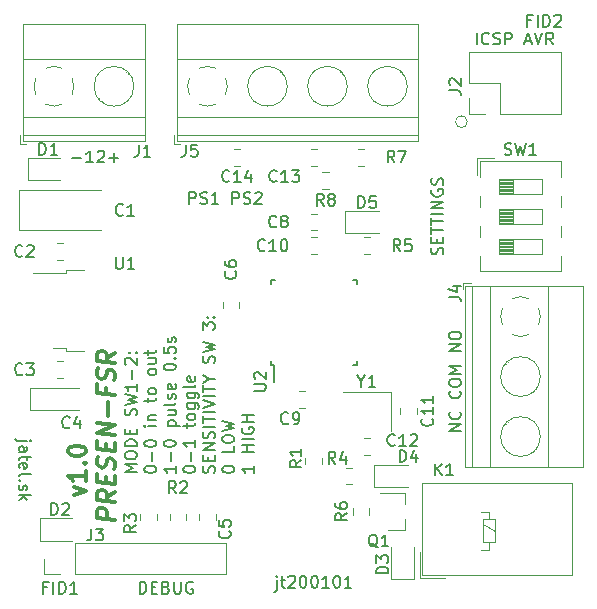
<source format=gbr>
G04 #@! TF.GenerationSoftware,KiCad,Pcbnew,5.1.5-52549c5~84~ubuntu18.04.1*
G04 #@! TF.CreationDate,2020-01-03T10:41:50+01:00*
G04 #@! TF.ProjectId,presen-fsr,70726573-656e-42d6-9673-722e6b696361,0*
G04 #@! TF.SameCoordinates,Original*
G04 #@! TF.FileFunction,Legend,Top*
G04 #@! TF.FilePolarity,Positive*
%FSLAX46Y46*%
G04 Gerber Fmt 4.6, Leading zero omitted, Abs format (unit mm)*
G04 Created by KiCad (PCBNEW 5.1.5-52549c5~84~ubuntu18.04.1) date 2020-01-03 10:41:50*
%MOMM*%
%LPD*%
G04 APERTURE LIST*
%ADD10C,0.150000*%
%ADD11C,0.120000*%
%ADD12C,0.300000*%
%ADD13C,0.375000*%
%ADD14C,0.200000*%
G04 APERTURE END LIST*
D10*
X51857142Y-157285714D02*
X51857142Y-158142857D01*
X51809523Y-158238095D01*
X51714285Y-158285714D01*
X51666666Y-158285714D01*
X51857142Y-156952380D02*
X51809523Y-157000000D01*
X51857142Y-157047619D01*
X51904761Y-157000000D01*
X51857142Y-156952380D01*
X51857142Y-157047619D01*
X52190476Y-157285714D02*
X52571428Y-157285714D01*
X52333333Y-156952380D02*
X52333333Y-157809523D01*
X52380952Y-157904761D01*
X52476190Y-157952380D01*
X52571428Y-157952380D01*
X52857142Y-157047619D02*
X52904761Y-157000000D01*
X53000000Y-156952380D01*
X53238095Y-156952380D01*
X53333333Y-157000000D01*
X53380952Y-157047619D01*
X53428571Y-157142857D01*
X53428571Y-157238095D01*
X53380952Y-157380952D01*
X52809523Y-157952380D01*
X53428571Y-157952380D01*
X54047619Y-156952380D02*
X54142857Y-156952380D01*
X54238095Y-157000000D01*
X54285714Y-157047619D01*
X54333333Y-157142857D01*
X54380952Y-157333333D01*
X54380952Y-157571428D01*
X54333333Y-157761904D01*
X54285714Y-157857142D01*
X54238095Y-157904761D01*
X54142857Y-157952380D01*
X54047619Y-157952380D01*
X53952380Y-157904761D01*
X53904761Y-157857142D01*
X53857142Y-157761904D01*
X53809523Y-157571428D01*
X53809523Y-157333333D01*
X53857142Y-157142857D01*
X53904761Y-157047619D01*
X53952380Y-157000000D01*
X54047619Y-156952380D01*
X55000000Y-156952380D02*
X55095238Y-156952380D01*
X55190476Y-157000000D01*
X55238095Y-157047619D01*
X55285714Y-157142857D01*
X55333333Y-157333333D01*
X55333333Y-157571428D01*
X55285714Y-157761904D01*
X55238095Y-157857142D01*
X55190476Y-157904761D01*
X55095238Y-157952380D01*
X55000000Y-157952380D01*
X54904761Y-157904761D01*
X54857142Y-157857142D01*
X54809523Y-157761904D01*
X54761904Y-157571428D01*
X54761904Y-157333333D01*
X54809523Y-157142857D01*
X54857142Y-157047619D01*
X54904761Y-157000000D01*
X55000000Y-156952380D01*
X56285714Y-157952380D02*
X55714285Y-157952380D01*
X56000000Y-157952380D02*
X56000000Y-156952380D01*
X55904761Y-157095238D01*
X55809523Y-157190476D01*
X55714285Y-157238095D01*
X56904761Y-156952380D02*
X57000000Y-156952380D01*
X57095238Y-157000000D01*
X57142857Y-157047619D01*
X57190476Y-157142857D01*
X57238095Y-157333333D01*
X57238095Y-157571428D01*
X57190476Y-157761904D01*
X57142857Y-157857142D01*
X57095238Y-157904761D01*
X57000000Y-157952380D01*
X56904761Y-157952380D01*
X56809523Y-157904761D01*
X56761904Y-157857142D01*
X56714285Y-157761904D01*
X56666666Y-157571428D01*
X56666666Y-157333333D01*
X56714285Y-157142857D01*
X56761904Y-157047619D01*
X56809523Y-157000000D01*
X56904761Y-156952380D01*
X58190476Y-157952380D02*
X57619047Y-157952380D01*
X57904761Y-157952380D02*
X57904761Y-156952380D01*
X57809523Y-157095238D01*
X57714285Y-157190476D01*
X57619047Y-157238095D01*
X40002380Y-148164404D02*
X39002380Y-148164404D01*
X39716666Y-147831071D01*
X39002380Y-147497738D01*
X40002380Y-147497738D01*
X39002380Y-146831071D02*
X39002380Y-146640595D01*
X39050000Y-146545357D01*
X39145238Y-146450119D01*
X39335714Y-146402500D01*
X39669047Y-146402500D01*
X39859523Y-146450119D01*
X39954761Y-146545357D01*
X40002380Y-146640595D01*
X40002380Y-146831071D01*
X39954761Y-146926309D01*
X39859523Y-147021547D01*
X39669047Y-147069166D01*
X39335714Y-147069166D01*
X39145238Y-147021547D01*
X39050000Y-146926309D01*
X39002380Y-146831071D01*
X40002380Y-145973928D02*
X39002380Y-145973928D01*
X39002380Y-145735833D01*
X39050000Y-145592976D01*
X39145238Y-145497738D01*
X39240476Y-145450119D01*
X39430952Y-145402500D01*
X39573809Y-145402500D01*
X39764285Y-145450119D01*
X39859523Y-145497738D01*
X39954761Y-145592976D01*
X40002380Y-145735833D01*
X40002380Y-145973928D01*
X39478571Y-144973928D02*
X39478571Y-144640595D01*
X40002380Y-144497738D02*
X40002380Y-144973928D01*
X39002380Y-144973928D01*
X39002380Y-144497738D01*
X39954761Y-143354880D02*
X40002380Y-143212023D01*
X40002380Y-142973928D01*
X39954761Y-142878690D01*
X39907142Y-142831071D01*
X39811904Y-142783452D01*
X39716666Y-142783452D01*
X39621428Y-142831071D01*
X39573809Y-142878690D01*
X39526190Y-142973928D01*
X39478571Y-143164404D01*
X39430952Y-143259642D01*
X39383333Y-143307261D01*
X39288095Y-143354880D01*
X39192857Y-143354880D01*
X39097619Y-143307261D01*
X39050000Y-143259642D01*
X39002380Y-143164404D01*
X39002380Y-142926309D01*
X39050000Y-142783452D01*
X39002380Y-142450119D02*
X40002380Y-142212023D01*
X39288095Y-142021547D01*
X40002380Y-141831071D01*
X39002380Y-141592976D01*
X40002380Y-140688214D02*
X40002380Y-141259642D01*
X40002380Y-140973928D02*
X39002380Y-140973928D01*
X39145238Y-141069166D01*
X39240476Y-141164404D01*
X39288095Y-141259642D01*
X39621428Y-140259642D02*
X39621428Y-139497738D01*
X39097619Y-139069166D02*
X39050000Y-139021547D01*
X39002380Y-138926309D01*
X39002380Y-138688214D01*
X39050000Y-138592976D01*
X39097619Y-138545357D01*
X39192857Y-138497738D01*
X39288095Y-138497738D01*
X39430952Y-138545357D01*
X40002380Y-139116785D01*
X40002380Y-138497738D01*
X39907142Y-138069166D02*
X39954761Y-138021547D01*
X40002380Y-138069166D01*
X39954761Y-138116785D01*
X39907142Y-138069166D01*
X40002380Y-138069166D01*
X39383333Y-138069166D02*
X39430952Y-138021547D01*
X39478571Y-138069166D01*
X39430952Y-138116785D01*
X39383333Y-138069166D01*
X39478571Y-138069166D01*
X40652380Y-147973928D02*
X40652380Y-147878690D01*
X40700000Y-147783452D01*
X40747619Y-147735833D01*
X40842857Y-147688214D01*
X41033333Y-147640595D01*
X41271428Y-147640595D01*
X41461904Y-147688214D01*
X41557142Y-147735833D01*
X41604761Y-147783452D01*
X41652380Y-147878690D01*
X41652380Y-147973928D01*
X41604761Y-148069166D01*
X41557142Y-148116785D01*
X41461904Y-148164404D01*
X41271428Y-148212023D01*
X41033333Y-148212023D01*
X40842857Y-148164404D01*
X40747619Y-148116785D01*
X40700000Y-148069166D01*
X40652380Y-147973928D01*
X41271428Y-147212023D02*
X41271428Y-146450119D01*
X40652380Y-145783452D02*
X40652380Y-145688214D01*
X40700000Y-145592976D01*
X40747619Y-145545357D01*
X40842857Y-145497738D01*
X41033333Y-145450119D01*
X41271428Y-145450119D01*
X41461904Y-145497738D01*
X41557142Y-145545357D01*
X41604761Y-145592976D01*
X41652380Y-145688214D01*
X41652380Y-145783452D01*
X41604761Y-145878690D01*
X41557142Y-145926309D01*
X41461904Y-145973928D01*
X41271428Y-146021547D01*
X41033333Y-146021547D01*
X40842857Y-145973928D01*
X40747619Y-145926309D01*
X40700000Y-145878690D01*
X40652380Y-145783452D01*
X41652380Y-144259642D02*
X40985714Y-144259642D01*
X40652380Y-144259642D02*
X40700000Y-144307261D01*
X40747619Y-144259642D01*
X40700000Y-144212023D01*
X40652380Y-144259642D01*
X40747619Y-144259642D01*
X40985714Y-143783452D02*
X41652380Y-143783452D01*
X41080952Y-143783452D02*
X41033333Y-143735833D01*
X40985714Y-143640595D01*
X40985714Y-143497738D01*
X41033333Y-143402500D01*
X41128571Y-143354880D01*
X41652380Y-143354880D01*
X40985714Y-142259642D02*
X40985714Y-141878690D01*
X40652380Y-142116785D02*
X41509523Y-142116785D01*
X41604761Y-142069166D01*
X41652380Y-141973928D01*
X41652380Y-141878690D01*
X41652380Y-141402500D02*
X41604761Y-141497738D01*
X41557142Y-141545357D01*
X41461904Y-141592976D01*
X41176190Y-141592976D01*
X41080952Y-141545357D01*
X41033333Y-141497738D01*
X40985714Y-141402500D01*
X40985714Y-141259642D01*
X41033333Y-141164404D01*
X41080952Y-141116785D01*
X41176190Y-141069166D01*
X41461904Y-141069166D01*
X41557142Y-141116785D01*
X41604761Y-141164404D01*
X41652380Y-141259642D01*
X41652380Y-141402500D01*
X41652380Y-139735833D02*
X41604761Y-139831071D01*
X41557142Y-139878690D01*
X41461904Y-139926309D01*
X41176190Y-139926309D01*
X41080952Y-139878690D01*
X41033333Y-139831071D01*
X40985714Y-139735833D01*
X40985714Y-139592976D01*
X41033333Y-139497738D01*
X41080952Y-139450119D01*
X41176190Y-139402500D01*
X41461904Y-139402500D01*
X41557142Y-139450119D01*
X41604761Y-139497738D01*
X41652380Y-139592976D01*
X41652380Y-139735833D01*
X40985714Y-138545357D02*
X41652380Y-138545357D01*
X40985714Y-138973928D02*
X41509523Y-138973928D01*
X41604761Y-138926309D01*
X41652380Y-138831071D01*
X41652380Y-138688214D01*
X41604761Y-138592976D01*
X41557142Y-138545357D01*
X40985714Y-138212023D02*
X40985714Y-137831071D01*
X40652380Y-138069166D02*
X41509523Y-138069166D01*
X41604761Y-138021547D01*
X41652380Y-137926309D01*
X41652380Y-137831071D01*
X43302380Y-147640595D02*
X43302380Y-148212023D01*
X43302380Y-147926309D02*
X42302380Y-147926309D01*
X42445238Y-148021547D01*
X42540476Y-148116785D01*
X42588095Y-148212023D01*
X42921428Y-147212023D02*
X42921428Y-146450119D01*
X42302380Y-145783452D02*
X42302380Y-145688214D01*
X42350000Y-145592976D01*
X42397619Y-145545357D01*
X42492857Y-145497738D01*
X42683333Y-145450119D01*
X42921428Y-145450119D01*
X43111904Y-145497738D01*
X43207142Y-145545357D01*
X43254761Y-145592976D01*
X43302380Y-145688214D01*
X43302380Y-145783452D01*
X43254761Y-145878690D01*
X43207142Y-145926309D01*
X43111904Y-145973928D01*
X42921428Y-146021547D01*
X42683333Y-146021547D01*
X42492857Y-145973928D01*
X42397619Y-145926309D01*
X42350000Y-145878690D01*
X42302380Y-145783452D01*
X42635714Y-144259642D02*
X43635714Y-144259642D01*
X42683333Y-144259642D02*
X42635714Y-144164404D01*
X42635714Y-143973928D01*
X42683333Y-143878690D01*
X42730952Y-143831071D01*
X42826190Y-143783452D01*
X43111904Y-143783452D01*
X43207142Y-143831071D01*
X43254761Y-143878690D01*
X43302380Y-143973928D01*
X43302380Y-144164404D01*
X43254761Y-144259642D01*
X42635714Y-142926309D02*
X43302380Y-142926309D01*
X42635714Y-143354880D02*
X43159523Y-143354880D01*
X43254761Y-143307261D01*
X43302380Y-143212023D01*
X43302380Y-143069166D01*
X43254761Y-142973928D01*
X43207142Y-142926309D01*
X43302380Y-142307261D02*
X43254761Y-142402500D01*
X43159523Y-142450119D01*
X42302380Y-142450119D01*
X43254761Y-141973928D02*
X43302380Y-141878690D01*
X43302380Y-141688214D01*
X43254761Y-141592976D01*
X43159523Y-141545357D01*
X43111904Y-141545357D01*
X43016666Y-141592976D01*
X42969047Y-141688214D01*
X42969047Y-141831071D01*
X42921428Y-141926309D01*
X42826190Y-141973928D01*
X42778571Y-141973928D01*
X42683333Y-141926309D01*
X42635714Y-141831071D01*
X42635714Y-141688214D01*
X42683333Y-141592976D01*
X43254761Y-140735833D02*
X43302380Y-140831071D01*
X43302380Y-141021547D01*
X43254761Y-141116785D01*
X43159523Y-141164404D01*
X42778571Y-141164404D01*
X42683333Y-141116785D01*
X42635714Y-141021547D01*
X42635714Y-140831071D01*
X42683333Y-140735833D01*
X42778571Y-140688214D01*
X42873809Y-140688214D01*
X42969047Y-141164404D01*
X42302380Y-139307261D02*
X42302380Y-139212023D01*
X42350000Y-139116785D01*
X42397619Y-139069166D01*
X42492857Y-139021547D01*
X42683333Y-138973928D01*
X42921428Y-138973928D01*
X43111904Y-139021547D01*
X43207142Y-139069166D01*
X43254761Y-139116785D01*
X43302380Y-139212023D01*
X43302380Y-139307261D01*
X43254761Y-139402500D01*
X43207142Y-139450119D01*
X43111904Y-139497738D01*
X42921428Y-139545357D01*
X42683333Y-139545357D01*
X42492857Y-139497738D01*
X42397619Y-139450119D01*
X42350000Y-139402500D01*
X42302380Y-139307261D01*
X43207142Y-138545357D02*
X43254761Y-138497738D01*
X43302380Y-138545357D01*
X43254761Y-138592976D01*
X43207142Y-138545357D01*
X43302380Y-138545357D01*
X42302380Y-137592976D02*
X42302380Y-138069166D01*
X42778571Y-138116785D01*
X42730952Y-138069166D01*
X42683333Y-137973928D01*
X42683333Y-137735833D01*
X42730952Y-137640595D01*
X42778571Y-137592976D01*
X42873809Y-137545357D01*
X43111904Y-137545357D01*
X43207142Y-137592976D01*
X43254761Y-137640595D01*
X43302380Y-137735833D01*
X43302380Y-137973928D01*
X43254761Y-138069166D01*
X43207142Y-138116785D01*
X43254761Y-137164404D02*
X43302380Y-137069166D01*
X43302380Y-136878690D01*
X43254761Y-136783452D01*
X43159523Y-136735833D01*
X43111904Y-136735833D01*
X43016666Y-136783452D01*
X42969047Y-136878690D01*
X42969047Y-137021547D01*
X42921428Y-137116785D01*
X42826190Y-137164404D01*
X42778571Y-137164404D01*
X42683333Y-137116785D01*
X42635714Y-137021547D01*
X42635714Y-136878690D01*
X42683333Y-136783452D01*
X43952380Y-147973928D02*
X43952380Y-147878690D01*
X44000000Y-147783452D01*
X44047619Y-147735833D01*
X44142857Y-147688214D01*
X44333333Y-147640595D01*
X44571428Y-147640595D01*
X44761904Y-147688214D01*
X44857142Y-147735833D01*
X44904761Y-147783452D01*
X44952380Y-147878690D01*
X44952380Y-147973928D01*
X44904761Y-148069166D01*
X44857142Y-148116785D01*
X44761904Y-148164404D01*
X44571428Y-148212023D01*
X44333333Y-148212023D01*
X44142857Y-148164404D01*
X44047619Y-148116785D01*
X44000000Y-148069166D01*
X43952380Y-147973928D01*
X44571428Y-147212023D02*
X44571428Y-146450119D01*
X44952380Y-145450119D02*
X44952380Y-146021547D01*
X44952380Y-145735833D02*
X43952380Y-145735833D01*
X44095238Y-145831071D01*
X44190476Y-145926309D01*
X44238095Y-146021547D01*
X44285714Y-144402500D02*
X44285714Y-144021547D01*
X43952380Y-144259642D02*
X44809523Y-144259642D01*
X44904761Y-144212023D01*
X44952380Y-144116785D01*
X44952380Y-144021547D01*
X44952380Y-143545357D02*
X44904761Y-143640595D01*
X44857142Y-143688214D01*
X44761904Y-143735833D01*
X44476190Y-143735833D01*
X44380952Y-143688214D01*
X44333333Y-143640595D01*
X44285714Y-143545357D01*
X44285714Y-143402500D01*
X44333333Y-143307261D01*
X44380952Y-143259642D01*
X44476190Y-143212023D01*
X44761904Y-143212023D01*
X44857142Y-143259642D01*
X44904761Y-143307261D01*
X44952380Y-143402500D01*
X44952380Y-143545357D01*
X44285714Y-142354880D02*
X45095238Y-142354880D01*
X45190476Y-142402500D01*
X45238095Y-142450119D01*
X45285714Y-142545357D01*
X45285714Y-142688214D01*
X45238095Y-142783452D01*
X44904761Y-142354880D02*
X44952380Y-142450119D01*
X44952380Y-142640595D01*
X44904761Y-142735833D01*
X44857142Y-142783452D01*
X44761904Y-142831071D01*
X44476190Y-142831071D01*
X44380952Y-142783452D01*
X44333333Y-142735833D01*
X44285714Y-142640595D01*
X44285714Y-142450119D01*
X44333333Y-142354880D01*
X44285714Y-141450119D02*
X45095238Y-141450119D01*
X45190476Y-141497738D01*
X45238095Y-141545357D01*
X45285714Y-141640595D01*
X45285714Y-141783452D01*
X45238095Y-141878690D01*
X44904761Y-141450119D02*
X44952380Y-141545357D01*
X44952380Y-141735833D01*
X44904761Y-141831071D01*
X44857142Y-141878690D01*
X44761904Y-141926309D01*
X44476190Y-141926309D01*
X44380952Y-141878690D01*
X44333333Y-141831071D01*
X44285714Y-141735833D01*
X44285714Y-141545357D01*
X44333333Y-141450119D01*
X44952380Y-140831071D02*
X44904761Y-140926309D01*
X44809523Y-140973928D01*
X43952380Y-140973928D01*
X44904761Y-140069166D02*
X44952380Y-140164404D01*
X44952380Y-140354880D01*
X44904761Y-140450119D01*
X44809523Y-140497738D01*
X44428571Y-140497738D01*
X44333333Y-140450119D01*
X44285714Y-140354880D01*
X44285714Y-140164404D01*
X44333333Y-140069166D01*
X44428571Y-140021547D01*
X44523809Y-140021547D01*
X44619047Y-140497738D01*
X46554761Y-148212023D02*
X46602380Y-148069166D01*
X46602380Y-147831071D01*
X46554761Y-147735833D01*
X46507142Y-147688214D01*
X46411904Y-147640595D01*
X46316666Y-147640595D01*
X46221428Y-147688214D01*
X46173809Y-147735833D01*
X46126190Y-147831071D01*
X46078571Y-148021547D01*
X46030952Y-148116785D01*
X45983333Y-148164404D01*
X45888095Y-148212023D01*
X45792857Y-148212023D01*
X45697619Y-148164404D01*
X45650000Y-148116785D01*
X45602380Y-148021547D01*
X45602380Y-147783452D01*
X45650000Y-147640595D01*
X46078571Y-147212023D02*
X46078571Y-146878690D01*
X46602380Y-146735833D02*
X46602380Y-147212023D01*
X45602380Y-147212023D01*
X45602380Y-146735833D01*
X46602380Y-146307261D02*
X45602380Y-146307261D01*
X46602380Y-145735833D01*
X45602380Y-145735833D01*
X46554761Y-145307261D02*
X46602380Y-145164404D01*
X46602380Y-144926309D01*
X46554761Y-144831071D01*
X46507142Y-144783452D01*
X46411904Y-144735833D01*
X46316666Y-144735833D01*
X46221428Y-144783452D01*
X46173809Y-144831071D01*
X46126190Y-144926309D01*
X46078571Y-145116785D01*
X46030952Y-145212023D01*
X45983333Y-145259642D01*
X45888095Y-145307261D01*
X45792857Y-145307261D01*
X45697619Y-145259642D01*
X45650000Y-145212023D01*
X45602380Y-145116785D01*
X45602380Y-144878690D01*
X45650000Y-144735833D01*
X46602380Y-144307261D02*
X45602380Y-144307261D01*
X45602380Y-143973928D02*
X45602380Y-143402500D01*
X46602380Y-143688214D02*
X45602380Y-143688214D01*
X46602380Y-143069166D02*
X45602380Y-143069166D01*
X45602380Y-142735833D02*
X46602380Y-142402500D01*
X45602380Y-142069166D01*
X46602380Y-141735833D02*
X45602380Y-141735833D01*
X45602380Y-141402500D02*
X45602380Y-140831071D01*
X46602380Y-141116785D02*
X45602380Y-141116785D01*
X46126190Y-140307261D02*
X46602380Y-140307261D01*
X45602380Y-140640595D02*
X46126190Y-140307261D01*
X45602380Y-139973928D01*
X46554761Y-138926309D02*
X46602380Y-138783452D01*
X46602380Y-138545357D01*
X46554761Y-138450119D01*
X46507142Y-138402500D01*
X46411904Y-138354880D01*
X46316666Y-138354880D01*
X46221428Y-138402500D01*
X46173809Y-138450119D01*
X46126190Y-138545357D01*
X46078571Y-138735833D01*
X46030952Y-138831071D01*
X45983333Y-138878690D01*
X45888095Y-138926309D01*
X45792857Y-138926309D01*
X45697619Y-138878690D01*
X45650000Y-138831071D01*
X45602380Y-138735833D01*
X45602380Y-138497738D01*
X45650000Y-138354880D01*
X45602380Y-138021547D02*
X46602380Y-137783452D01*
X45888095Y-137592976D01*
X46602380Y-137402500D01*
X45602380Y-137164404D01*
X45602380Y-136116785D02*
X45602380Y-135497738D01*
X45983333Y-135831071D01*
X45983333Y-135688214D01*
X46030952Y-135592976D01*
X46078571Y-135545357D01*
X46173809Y-135497738D01*
X46411904Y-135497738D01*
X46507142Y-135545357D01*
X46554761Y-135592976D01*
X46602380Y-135688214D01*
X46602380Y-135973928D01*
X46554761Y-136069166D01*
X46507142Y-136116785D01*
X46507142Y-135069166D02*
X46554761Y-135021547D01*
X46602380Y-135069166D01*
X46554761Y-135116785D01*
X46507142Y-135069166D01*
X46602380Y-135069166D01*
X45983333Y-135069166D02*
X46030952Y-135021547D01*
X46078571Y-135069166D01*
X46030952Y-135116785D01*
X45983333Y-135069166D01*
X46078571Y-135069166D01*
X47252380Y-147973928D02*
X47252380Y-147878690D01*
X47300000Y-147783452D01*
X47347619Y-147735833D01*
X47442857Y-147688214D01*
X47633333Y-147640595D01*
X47871428Y-147640595D01*
X48061904Y-147688214D01*
X48157142Y-147735833D01*
X48204761Y-147783452D01*
X48252380Y-147878690D01*
X48252380Y-147973928D01*
X48204761Y-148069166D01*
X48157142Y-148116785D01*
X48061904Y-148164404D01*
X47871428Y-148212023D01*
X47633333Y-148212023D01*
X47442857Y-148164404D01*
X47347619Y-148116785D01*
X47300000Y-148069166D01*
X47252380Y-147973928D01*
X48252380Y-145973928D02*
X48252380Y-146450119D01*
X47252380Y-146450119D01*
X47252380Y-145450119D02*
X47252380Y-145259642D01*
X47300000Y-145164404D01*
X47395238Y-145069166D01*
X47585714Y-145021547D01*
X47919047Y-145021547D01*
X48109523Y-145069166D01*
X48204761Y-145164404D01*
X48252380Y-145259642D01*
X48252380Y-145450119D01*
X48204761Y-145545357D01*
X48109523Y-145640595D01*
X47919047Y-145688214D01*
X47585714Y-145688214D01*
X47395238Y-145640595D01*
X47300000Y-145545357D01*
X47252380Y-145450119D01*
X47252380Y-144688214D02*
X48252380Y-144450119D01*
X47538095Y-144259642D01*
X48252380Y-144069166D01*
X47252380Y-143831071D01*
X49902380Y-147640595D02*
X49902380Y-148212023D01*
X49902380Y-147926309D02*
X48902380Y-147926309D01*
X49045238Y-148021547D01*
X49140476Y-148116785D01*
X49188095Y-148212023D01*
X49902380Y-146450119D02*
X48902380Y-146450119D01*
X49378571Y-146450119D02*
X49378571Y-145878690D01*
X49902380Y-145878690D02*
X48902380Y-145878690D01*
X49902380Y-145402500D02*
X48902380Y-145402500D01*
X48950000Y-144402500D02*
X48902380Y-144497738D01*
X48902380Y-144640595D01*
X48950000Y-144783452D01*
X49045238Y-144878690D01*
X49140476Y-144926309D01*
X49330952Y-144973928D01*
X49473809Y-144973928D01*
X49664285Y-144926309D01*
X49759523Y-144878690D01*
X49854761Y-144783452D01*
X49902380Y-144640595D01*
X49902380Y-144545357D01*
X49854761Y-144402500D01*
X49807142Y-144354880D01*
X49473809Y-144354880D01*
X49473809Y-144545357D01*
X49902380Y-143926309D02*
X48902380Y-143926309D01*
X49378571Y-143926309D02*
X49378571Y-143354880D01*
X49902380Y-143354880D02*
X48902380Y-143354880D01*
D11*
X68000000Y-118500000D02*
G75*
G03X68000000Y-118500000I-500000J0D01*
G01*
D12*
X34678571Y-150142857D02*
X35678571Y-149785714D01*
X34678571Y-149428571D01*
X35678571Y-148071428D02*
X35678571Y-148928571D01*
X35678571Y-148500000D02*
X34178571Y-148500000D01*
X34392857Y-148642857D01*
X34535714Y-148785714D01*
X34607142Y-148928571D01*
X35535714Y-147428571D02*
X35607142Y-147357142D01*
X35678571Y-147428571D01*
X35607142Y-147500000D01*
X35535714Y-147428571D01*
X35678571Y-147428571D01*
X34178571Y-146428571D02*
X34178571Y-146285714D01*
X34250000Y-146142857D01*
X34321428Y-146071428D01*
X34464285Y-146000000D01*
X34750000Y-145928571D01*
X35107142Y-145928571D01*
X35392857Y-146000000D01*
X35535714Y-146071428D01*
X35607142Y-146142857D01*
X35678571Y-146285714D01*
X35678571Y-146428571D01*
X35607142Y-146571428D01*
X35535714Y-146642857D01*
X35392857Y-146714285D01*
X35107142Y-146785714D01*
X34750000Y-146785714D01*
X34464285Y-146714285D01*
X34321428Y-146642857D01*
X34250000Y-146571428D01*
X34178571Y-146428571D01*
D10*
X30714285Y-145523809D02*
X29857142Y-145523809D01*
X29761904Y-145476190D01*
X29714285Y-145380952D01*
X29714285Y-145333333D01*
X31047619Y-145523809D02*
X31000000Y-145476190D01*
X30952380Y-145523809D01*
X31000000Y-145571428D01*
X31047619Y-145523809D01*
X30952380Y-145523809D01*
X30047619Y-146428571D02*
X30571428Y-146428571D01*
X30666666Y-146380952D01*
X30714285Y-146285714D01*
X30714285Y-146095238D01*
X30666666Y-146000000D01*
X30095238Y-146428571D02*
X30047619Y-146333333D01*
X30047619Y-146095238D01*
X30095238Y-146000000D01*
X30190476Y-145952380D01*
X30285714Y-145952380D01*
X30380952Y-146000000D01*
X30428571Y-146095238D01*
X30428571Y-146333333D01*
X30476190Y-146428571D01*
X30714285Y-146761904D02*
X30714285Y-147142857D01*
X31047619Y-146904761D02*
X30190476Y-146904761D01*
X30095238Y-146952380D01*
X30047619Y-147047619D01*
X30047619Y-147142857D01*
X30095238Y-147857142D02*
X30047619Y-147761904D01*
X30047619Y-147571428D01*
X30095238Y-147476190D01*
X30190476Y-147428571D01*
X30571428Y-147428571D01*
X30666666Y-147476190D01*
X30714285Y-147571428D01*
X30714285Y-147761904D01*
X30666666Y-147857142D01*
X30571428Y-147904761D01*
X30476190Y-147904761D01*
X30380952Y-147428571D01*
X30047619Y-148476190D02*
X30095238Y-148380952D01*
X30190476Y-148333333D01*
X31047619Y-148333333D01*
X30142857Y-148857142D02*
X30095238Y-148904761D01*
X30047619Y-148857142D01*
X30095238Y-148809523D01*
X30142857Y-148857142D01*
X30047619Y-148857142D01*
X30095238Y-149285714D02*
X30047619Y-149380952D01*
X30047619Y-149571428D01*
X30095238Y-149666666D01*
X30190476Y-149714285D01*
X30238095Y-149714285D01*
X30333333Y-149666666D01*
X30380952Y-149571428D01*
X30380952Y-149428571D01*
X30428571Y-149333333D01*
X30523809Y-149285714D01*
X30571428Y-149285714D01*
X30666666Y-149333333D01*
X30714285Y-149428571D01*
X30714285Y-149571428D01*
X30666666Y-149666666D01*
X30047619Y-150142857D02*
X31047619Y-150142857D01*
X30428571Y-150238095D02*
X30047619Y-150523809D01*
X30714285Y-150523809D02*
X30333333Y-150142857D01*
D13*
X38178571Y-152197879D02*
X36678571Y-152010379D01*
X36678571Y-151438950D01*
X36750000Y-151305022D01*
X36821428Y-151242522D01*
X36964285Y-151188950D01*
X37178571Y-151215736D01*
X37321428Y-151305022D01*
X37392857Y-151385379D01*
X37464285Y-151537165D01*
X37464285Y-152108593D01*
X38178571Y-149840736D02*
X37464285Y-150251450D01*
X38178571Y-150697879D02*
X36678571Y-150510379D01*
X36678571Y-149938950D01*
X36750000Y-149805022D01*
X36821428Y-149742522D01*
X36964285Y-149688950D01*
X37178571Y-149715736D01*
X37321428Y-149805022D01*
X37392857Y-149885379D01*
X37464285Y-150037165D01*
X37464285Y-150608593D01*
X37392857Y-149099665D02*
X37392857Y-148599665D01*
X38178571Y-148483593D02*
X38178571Y-149197879D01*
X36678571Y-149010379D01*
X36678571Y-148296093D01*
X38107142Y-147903236D02*
X38178571Y-147697879D01*
X38178571Y-147340736D01*
X38107142Y-147188950D01*
X38035714Y-147108593D01*
X37892857Y-147019308D01*
X37750000Y-147001450D01*
X37607142Y-147055022D01*
X37535714Y-147117522D01*
X37464285Y-147251450D01*
X37392857Y-147528236D01*
X37321428Y-147662165D01*
X37250000Y-147724665D01*
X37107142Y-147778236D01*
X36964285Y-147760379D01*
X36821428Y-147671093D01*
X36750000Y-147590736D01*
X36678571Y-147438950D01*
X36678571Y-147081808D01*
X36750000Y-146876450D01*
X37392857Y-146313950D02*
X37392857Y-145813950D01*
X38178571Y-145697879D02*
X38178571Y-146412165D01*
X36678571Y-146224665D01*
X36678571Y-145510379D01*
X38178571Y-145055022D02*
X36678571Y-144867522D01*
X38178571Y-144197879D01*
X36678571Y-144010379D01*
X37607142Y-143412165D02*
X37607142Y-142269308D01*
X37392857Y-141028236D02*
X37392857Y-141528236D01*
X38178571Y-141626450D02*
X36678571Y-141438950D01*
X36678571Y-140724665D01*
X38107142Y-140403236D02*
X38178571Y-140197879D01*
X38178571Y-139840736D01*
X38107142Y-139688950D01*
X38035714Y-139608593D01*
X37892857Y-139519308D01*
X37750000Y-139501450D01*
X37607142Y-139555022D01*
X37535714Y-139617522D01*
X37464285Y-139751450D01*
X37392857Y-140028236D01*
X37321428Y-140162165D01*
X37250000Y-140224665D01*
X37107142Y-140278236D01*
X36964285Y-140260379D01*
X36821428Y-140171093D01*
X36750000Y-140090736D01*
X36678571Y-139938950D01*
X36678571Y-139581808D01*
X36750000Y-139376450D01*
X38178571Y-138055022D02*
X37464285Y-138465736D01*
X38178571Y-138912165D02*
X36678571Y-138724665D01*
X36678571Y-138153236D01*
X36750000Y-138019308D01*
X36821428Y-137956808D01*
X36964285Y-137903236D01*
X37178571Y-137930022D01*
X37321428Y-138019308D01*
X37392857Y-138099665D01*
X37464285Y-138251450D01*
X37464285Y-138822879D01*
D10*
X40261904Y-158452380D02*
X40261904Y-157452380D01*
X40500000Y-157452380D01*
X40642857Y-157500000D01*
X40738095Y-157595238D01*
X40785714Y-157690476D01*
X40833333Y-157880952D01*
X40833333Y-158023809D01*
X40785714Y-158214285D01*
X40738095Y-158309523D01*
X40642857Y-158404761D01*
X40500000Y-158452380D01*
X40261904Y-158452380D01*
X41261904Y-157928571D02*
X41595238Y-157928571D01*
X41738095Y-158452380D02*
X41261904Y-158452380D01*
X41261904Y-157452380D01*
X41738095Y-157452380D01*
X42500000Y-157928571D02*
X42642857Y-157976190D01*
X42690476Y-158023809D01*
X42738095Y-158119047D01*
X42738095Y-158261904D01*
X42690476Y-158357142D01*
X42642857Y-158404761D01*
X42547619Y-158452380D01*
X42166666Y-158452380D01*
X42166666Y-157452380D01*
X42500000Y-157452380D01*
X42595238Y-157500000D01*
X42642857Y-157547619D01*
X42690476Y-157642857D01*
X42690476Y-157738095D01*
X42642857Y-157833333D01*
X42595238Y-157880952D01*
X42500000Y-157928571D01*
X42166666Y-157928571D01*
X43166666Y-157452380D02*
X43166666Y-158261904D01*
X43214285Y-158357142D01*
X43261904Y-158404761D01*
X43357142Y-158452380D01*
X43547619Y-158452380D01*
X43642857Y-158404761D01*
X43690476Y-158357142D01*
X43738095Y-158261904D01*
X43738095Y-157452380D01*
X44738095Y-157500000D02*
X44642857Y-157452380D01*
X44500000Y-157452380D01*
X44357142Y-157500000D01*
X44261904Y-157595238D01*
X44214285Y-157690476D01*
X44166666Y-157880952D01*
X44166666Y-158023809D01*
X44214285Y-158214285D01*
X44261904Y-158309523D01*
X44357142Y-158404761D01*
X44500000Y-158452380D01*
X44595238Y-158452380D01*
X44738095Y-158404761D01*
X44785714Y-158357142D01*
X44785714Y-158023809D01*
X44595238Y-158023809D01*
X68785714Y-111952380D02*
X68785714Y-110952380D01*
X69833333Y-111857142D02*
X69785714Y-111904761D01*
X69642857Y-111952380D01*
X69547619Y-111952380D01*
X69404761Y-111904761D01*
X69309523Y-111809523D01*
X69261904Y-111714285D01*
X69214285Y-111523809D01*
X69214285Y-111380952D01*
X69261904Y-111190476D01*
X69309523Y-111095238D01*
X69404761Y-111000000D01*
X69547619Y-110952380D01*
X69642857Y-110952380D01*
X69785714Y-111000000D01*
X69833333Y-111047619D01*
X70214285Y-111904761D02*
X70357142Y-111952380D01*
X70595238Y-111952380D01*
X70690476Y-111904761D01*
X70738095Y-111857142D01*
X70785714Y-111761904D01*
X70785714Y-111666666D01*
X70738095Y-111571428D01*
X70690476Y-111523809D01*
X70595238Y-111476190D01*
X70404761Y-111428571D01*
X70309523Y-111380952D01*
X70261904Y-111333333D01*
X70214285Y-111238095D01*
X70214285Y-111142857D01*
X70261904Y-111047619D01*
X70309523Y-111000000D01*
X70404761Y-110952380D01*
X70642857Y-110952380D01*
X70785714Y-111000000D01*
X71214285Y-111952380D02*
X71214285Y-110952380D01*
X71595238Y-110952380D01*
X71690476Y-111000000D01*
X71738095Y-111047619D01*
X71785714Y-111142857D01*
X71785714Y-111285714D01*
X71738095Y-111380952D01*
X71690476Y-111428571D01*
X71595238Y-111476190D01*
X71214285Y-111476190D01*
X72928571Y-111666666D02*
X73404761Y-111666666D01*
X72833333Y-111952380D02*
X73166666Y-110952380D01*
X73500000Y-111952380D01*
X73690476Y-110952380D02*
X74023809Y-111952380D01*
X74357142Y-110952380D01*
X75261904Y-111952380D02*
X74928571Y-111476190D01*
X74690476Y-111952380D02*
X74690476Y-110952380D01*
X75071428Y-110952380D01*
X75166666Y-111000000D01*
X75214285Y-111047619D01*
X75261904Y-111142857D01*
X75261904Y-111285714D01*
X75214285Y-111380952D01*
X75166666Y-111428571D01*
X75071428Y-111476190D01*
X74690476Y-111476190D01*
D14*
X67452380Y-144690476D02*
X66452380Y-144690476D01*
X67452380Y-144119047D01*
X66452380Y-144119047D01*
X67357142Y-143071428D02*
X67404761Y-143119047D01*
X67452380Y-143261904D01*
X67452380Y-143357142D01*
X67404761Y-143500000D01*
X67309523Y-143595238D01*
X67214285Y-143642857D01*
X67023809Y-143690476D01*
X66880952Y-143690476D01*
X66690476Y-143642857D01*
X66595238Y-143595238D01*
X66500000Y-143500000D01*
X66452380Y-143357142D01*
X66452380Y-143261904D01*
X66500000Y-143119047D01*
X66547619Y-143071428D01*
X67357142Y-141309523D02*
X67404761Y-141357142D01*
X67452380Y-141500000D01*
X67452380Y-141595238D01*
X67404761Y-141738095D01*
X67309523Y-141833333D01*
X67214285Y-141880952D01*
X67023809Y-141928571D01*
X66880952Y-141928571D01*
X66690476Y-141880952D01*
X66595238Y-141833333D01*
X66500000Y-141738095D01*
X66452380Y-141595238D01*
X66452380Y-141500000D01*
X66500000Y-141357142D01*
X66547619Y-141309523D01*
X66452380Y-140690476D02*
X66452380Y-140500000D01*
X66500000Y-140404761D01*
X66595238Y-140309523D01*
X66785714Y-140261904D01*
X67119047Y-140261904D01*
X67309523Y-140309523D01*
X67404761Y-140404761D01*
X67452380Y-140500000D01*
X67452380Y-140690476D01*
X67404761Y-140785714D01*
X67309523Y-140880952D01*
X67119047Y-140928571D01*
X66785714Y-140928571D01*
X66595238Y-140880952D01*
X66500000Y-140785714D01*
X66452380Y-140690476D01*
X67452380Y-139833333D02*
X66452380Y-139833333D01*
X67166666Y-139500000D01*
X66452380Y-139166666D01*
X67452380Y-139166666D01*
X67452380Y-137928571D02*
X66452380Y-137928571D01*
X67452380Y-137357142D01*
X66452380Y-137357142D01*
X66452380Y-136690476D02*
X66452380Y-136500000D01*
X66500000Y-136404761D01*
X66595238Y-136309523D01*
X66785714Y-136261904D01*
X67119047Y-136261904D01*
X67309523Y-136309523D01*
X67404761Y-136404761D01*
X67452380Y-136500000D01*
X67452380Y-136690476D01*
X67404761Y-136785714D01*
X67309523Y-136880952D01*
X67119047Y-136928571D01*
X66785714Y-136928571D01*
X66595238Y-136880952D01*
X66500000Y-136785714D01*
X66452380Y-136690476D01*
D10*
X65904761Y-129738095D02*
X65952380Y-129595238D01*
X65952380Y-129357142D01*
X65904761Y-129261904D01*
X65857142Y-129214285D01*
X65761904Y-129166666D01*
X65666666Y-129166666D01*
X65571428Y-129214285D01*
X65523809Y-129261904D01*
X65476190Y-129357142D01*
X65428571Y-129547619D01*
X65380952Y-129642857D01*
X65333333Y-129690476D01*
X65238095Y-129738095D01*
X65142857Y-129738095D01*
X65047619Y-129690476D01*
X65000000Y-129642857D01*
X64952380Y-129547619D01*
X64952380Y-129309523D01*
X65000000Y-129166666D01*
X65428571Y-128738095D02*
X65428571Y-128404761D01*
X65952380Y-128261904D02*
X65952380Y-128738095D01*
X64952380Y-128738095D01*
X64952380Y-128261904D01*
X64952380Y-127976190D02*
X64952380Y-127404761D01*
X65952380Y-127690476D02*
X64952380Y-127690476D01*
X64952380Y-127214285D02*
X64952380Y-126642857D01*
X65952380Y-126928571D02*
X64952380Y-126928571D01*
X65952380Y-126309523D02*
X64952380Y-126309523D01*
X65952380Y-125833333D02*
X64952380Y-125833333D01*
X65952380Y-125261904D01*
X64952380Y-125261904D01*
X65000000Y-124261904D02*
X64952380Y-124357142D01*
X64952380Y-124500000D01*
X65000000Y-124642857D01*
X65095238Y-124738095D01*
X65190476Y-124785714D01*
X65380952Y-124833333D01*
X65523809Y-124833333D01*
X65714285Y-124785714D01*
X65809523Y-124738095D01*
X65904761Y-124642857D01*
X65952380Y-124500000D01*
X65952380Y-124404761D01*
X65904761Y-124261904D01*
X65857142Y-124214285D01*
X65523809Y-124214285D01*
X65523809Y-124404761D01*
X65904761Y-123833333D02*
X65952380Y-123690476D01*
X65952380Y-123452380D01*
X65904761Y-123357142D01*
X65857142Y-123309523D01*
X65761904Y-123261904D01*
X65666666Y-123261904D01*
X65571428Y-123309523D01*
X65523809Y-123357142D01*
X65476190Y-123452380D01*
X65428571Y-123642857D01*
X65380952Y-123738095D01*
X65333333Y-123785714D01*
X65238095Y-123833333D01*
X65142857Y-123833333D01*
X65047619Y-123785714D01*
X65000000Y-123738095D01*
X64952380Y-123642857D01*
X64952380Y-123404761D01*
X65000000Y-123261904D01*
D14*
X44452380Y-125452380D02*
X44452380Y-124452380D01*
X44833333Y-124452380D01*
X44928571Y-124500000D01*
X44976190Y-124547619D01*
X45023809Y-124642857D01*
X45023809Y-124785714D01*
X44976190Y-124880952D01*
X44928571Y-124928571D01*
X44833333Y-124976190D01*
X44452380Y-124976190D01*
X45404761Y-125404761D02*
X45547619Y-125452380D01*
X45785714Y-125452380D01*
X45880952Y-125404761D01*
X45928571Y-125357142D01*
X45976190Y-125261904D01*
X45976190Y-125166666D01*
X45928571Y-125071428D01*
X45880952Y-125023809D01*
X45785714Y-124976190D01*
X45595238Y-124928571D01*
X45500000Y-124880952D01*
X45452380Y-124833333D01*
X45404761Y-124738095D01*
X45404761Y-124642857D01*
X45452380Y-124547619D01*
X45500000Y-124500000D01*
X45595238Y-124452380D01*
X45833333Y-124452380D01*
X45976190Y-124500000D01*
X46928571Y-125452380D02*
X46357142Y-125452380D01*
X46642857Y-125452380D02*
X46642857Y-124452380D01*
X46547619Y-124595238D01*
X46452380Y-124690476D01*
X46357142Y-124738095D01*
X48119047Y-125452380D02*
X48119047Y-124452380D01*
X48500000Y-124452380D01*
X48595238Y-124500000D01*
X48642857Y-124547619D01*
X48690476Y-124642857D01*
X48690476Y-124785714D01*
X48642857Y-124880952D01*
X48595238Y-124928571D01*
X48500000Y-124976190D01*
X48119047Y-124976190D01*
X49071428Y-125404761D02*
X49214285Y-125452380D01*
X49452380Y-125452380D01*
X49547619Y-125404761D01*
X49595238Y-125357142D01*
X49642857Y-125261904D01*
X49642857Y-125166666D01*
X49595238Y-125071428D01*
X49547619Y-125023809D01*
X49452380Y-124976190D01*
X49261904Y-124928571D01*
X49166666Y-124880952D01*
X49119047Y-124833333D01*
X49071428Y-124738095D01*
X49071428Y-124642857D01*
X49119047Y-124547619D01*
X49166666Y-124500000D01*
X49261904Y-124452380D01*
X49500000Y-124452380D01*
X49642857Y-124500000D01*
X50023809Y-124547619D02*
X50071428Y-124500000D01*
X50166666Y-124452380D01*
X50404761Y-124452380D01*
X50500000Y-124500000D01*
X50547619Y-124547619D01*
X50595238Y-124642857D01*
X50595238Y-124738095D01*
X50547619Y-124880952D01*
X49976190Y-125452380D01*
X50595238Y-125452380D01*
X34547619Y-121571428D02*
X35309523Y-121571428D01*
X36309523Y-121952380D02*
X35738095Y-121952380D01*
X36023809Y-121952380D02*
X36023809Y-120952380D01*
X35928571Y-121095238D01*
X35833333Y-121190476D01*
X35738095Y-121238095D01*
X36690476Y-121047619D02*
X36738095Y-121000000D01*
X36833333Y-120952380D01*
X37071428Y-120952380D01*
X37166666Y-121000000D01*
X37214285Y-121047619D01*
X37261904Y-121142857D01*
X37261904Y-121238095D01*
X37214285Y-121380952D01*
X36642857Y-121952380D01*
X37261904Y-121952380D01*
X37690476Y-121571428D02*
X38452380Y-121571428D01*
X38071428Y-121952380D02*
X38071428Y-121190476D01*
D11*
X61500000Y-141350000D02*
X57500000Y-141350000D01*
X61500000Y-144650000D02*
X61500000Y-141350000D01*
D10*
X51600000Y-139125000D02*
X51600000Y-140550000D01*
X51375000Y-131875000D02*
X51375000Y-132200000D01*
X58625000Y-131875000D02*
X58625000Y-132200000D01*
X58625000Y-139125000D02*
X58625000Y-138800000D01*
X51375000Y-139125000D02*
X51375000Y-138800000D01*
X58625000Y-139125000D02*
X58300000Y-139125000D01*
X58625000Y-131875000D02*
X58300000Y-131875000D01*
X51375000Y-131875000D02*
X51700000Y-131875000D01*
X51375000Y-139125000D02*
X51600000Y-139125000D01*
D11*
X34030000Y-137680000D02*
X32930000Y-137680000D01*
X34030000Y-137950000D02*
X34030000Y-137680000D01*
X35530000Y-137950000D02*
X34030000Y-137950000D01*
X34030000Y-131320000D02*
X31200000Y-131320000D01*
X34030000Y-131050000D02*
X34030000Y-131320000D01*
X35530000Y-131050000D02*
X34030000Y-131050000D01*
X71896667Y-128405000D02*
X71896667Y-129675000D01*
X70690000Y-129605000D02*
X71896667Y-129605000D01*
X70690000Y-129485000D02*
X71896667Y-129485000D01*
X70690000Y-129365000D02*
X71896667Y-129365000D01*
X70690000Y-129245000D02*
X71896667Y-129245000D01*
X70690000Y-129125000D02*
X71896667Y-129125000D01*
X70690000Y-129005000D02*
X71896667Y-129005000D01*
X70690000Y-128885000D02*
X71896667Y-128885000D01*
X70690000Y-128765000D02*
X71896667Y-128765000D01*
X70690000Y-128645000D02*
X71896667Y-128645000D01*
X70690000Y-128525000D02*
X71896667Y-128525000D01*
X74310000Y-128405000D02*
X70690000Y-128405000D01*
X74310000Y-129675000D02*
X74310000Y-128405000D01*
X70690000Y-129675000D02*
X74310000Y-129675000D01*
X70690000Y-128405000D02*
X70690000Y-129675000D01*
X71896667Y-125865000D02*
X71896667Y-127135000D01*
X70690000Y-127065000D02*
X71896667Y-127065000D01*
X70690000Y-126945000D02*
X71896667Y-126945000D01*
X70690000Y-126825000D02*
X71896667Y-126825000D01*
X70690000Y-126705000D02*
X71896667Y-126705000D01*
X70690000Y-126585000D02*
X71896667Y-126585000D01*
X70690000Y-126465000D02*
X71896667Y-126465000D01*
X70690000Y-126345000D02*
X71896667Y-126345000D01*
X70690000Y-126225000D02*
X71896667Y-126225000D01*
X70690000Y-126105000D02*
X71896667Y-126105000D01*
X70690000Y-125985000D02*
X71896667Y-125985000D01*
X74310000Y-125865000D02*
X70690000Y-125865000D01*
X74310000Y-127135000D02*
X74310000Y-125865000D01*
X70690000Y-127135000D02*
X74310000Y-127135000D01*
X70690000Y-125865000D02*
X70690000Y-127135000D01*
X71896667Y-123325000D02*
X71896667Y-124595000D01*
X70690000Y-124525000D02*
X71896667Y-124525000D01*
X70690000Y-124405000D02*
X71896667Y-124405000D01*
X70690000Y-124285000D02*
X71896667Y-124285000D01*
X70690000Y-124165000D02*
X71896667Y-124165000D01*
X70690000Y-124045000D02*
X71896667Y-124045000D01*
X70690000Y-123925000D02*
X71896667Y-123925000D01*
X70690000Y-123805000D02*
X71896667Y-123805000D01*
X70690000Y-123685000D02*
X71896667Y-123685000D01*
X70690000Y-123565000D02*
X71896667Y-123565000D01*
X70690000Y-123445000D02*
X71896667Y-123445000D01*
X74310000Y-123325000D02*
X70690000Y-123325000D01*
X74310000Y-124595000D02*
X74310000Y-123325000D01*
X70690000Y-124595000D02*
X74310000Y-124595000D01*
X70690000Y-123325000D02*
X70690000Y-124595000D01*
X68850000Y-121610000D02*
X68850000Y-122993000D01*
X68850000Y-121610000D02*
X70233000Y-121610000D01*
X75910000Y-124760000D02*
X75910000Y-125700000D01*
X75910000Y-121850000D02*
X75910000Y-123160000D01*
X75910000Y-127300000D02*
X75910000Y-128240000D01*
X75910000Y-129840000D02*
X75910000Y-131150000D01*
X69090000Y-129840000D02*
X69090000Y-131150000D01*
X69090000Y-127300000D02*
X69090000Y-128240000D01*
X69090000Y-124760000D02*
X69090000Y-125700000D01*
X69090000Y-121850000D02*
X69090000Y-123160000D01*
X69090000Y-131150000D02*
X75910000Y-131150000D01*
X69090000Y-121850000D02*
X75910000Y-121850000D01*
X56261252Y-122790000D02*
X55738748Y-122790000D01*
X56261252Y-124210000D02*
X55738748Y-124210000D01*
X59261252Y-120790000D02*
X58738748Y-120790000D01*
X59261252Y-122210000D02*
X58738748Y-122210000D01*
X59710000Y-151761252D02*
X59710000Y-151238748D01*
X58290000Y-151761252D02*
X58290000Y-151238748D01*
X59761252Y-128290000D02*
X59238748Y-128290000D01*
X59761252Y-129710000D02*
X59238748Y-129710000D01*
X57738748Y-149210000D02*
X58261252Y-149210000D01*
X57738748Y-147790000D02*
X58261252Y-147790000D01*
X41710000Y-152261252D02*
X41710000Y-151738748D01*
X40290000Y-152261252D02*
X40290000Y-151738748D01*
X44210000Y-152261252D02*
X44210000Y-151738748D01*
X42790000Y-152261252D02*
X42790000Y-151738748D01*
X54290000Y-146988748D02*
X54290000Y-147511252D01*
X55710000Y-146988748D02*
X55710000Y-147511252D01*
X62760000Y-153080000D02*
X61300000Y-153080000D01*
X62760000Y-149920000D02*
X60600000Y-149920000D01*
X62760000Y-149920000D02*
X62760000Y-150850000D01*
X62760000Y-153080000D02*
X62760000Y-152150000D01*
X69310000Y-152173000D02*
X70326000Y-152173000D01*
X70326000Y-154078000D02*
X70326000Y-152173000D01*
X69310000Y-154078000D02*
X70326000Y-154078000D01*
X69310000Y-152173000D02*
X69310000Y-154078000D01*
X69818000Y-151538000D02*
X69818000Y-152173000D01*
X69183000Y-151538000D02*
X69818000Y-151538000D01*
X69818000Y-154738000D02*
X69818000Y-154078000D01*
X69183000Y-154738000D02*
X69818000Y-154738000D01*
X69310000Y-152554000D02*
X70326000Y-153189000D01*
X64200000Y-156900000D02*
X64200000Y-149100000D01*
X64200000Y-149100000D02*
X76900000Y-149100000D01*
X76900000Y-149100000D02*
X76900000Y-156900000D01*
X76900000Y-156900000D02*
X64200000Y-156900000D01*
X66100000Y-157100000D02*
X64000000Y-157100000D01*
X64000000Y-157100000D02*
X64000000Y-154900000D01*
X43160000Y-120400000D02*
X43660000Y-120400000D01*
X43160000Y-119660000D02*
X43160000Y-120400000D01*
X60013000Y-116523000D02*
X59966000Y-116569000D01*
X62310000Y-114225000D02*
X62275000Y-114261000D01*
X60206000Y-116739000D02*
X60171000Y-116774000D01*
X62515000Y-114431000D02*
X62468000Y-114477000D01*
X54933000Y-116523000D02*
X54886000Y-116569000D01*
X57230000Y-114225000D02*
X57195000Y-114261000D01*
X55126000Y-116739000D02*
X55091000Y-116774000D01*
X57435000Y-114431000D02*
X57388000Y-114477000D01*
X49853000Y-116523000D02*
X49806000Y-116569000D01*
X52150000Y-114225000D02*
X52115000Y-114261000D01*
X50046000Y-116739000D02*
X50011000Y-116774000D01*
X52355000Y-114431000D02*
X52308000Y-114477000D01*
X63840000Y-110239000D02*
X63840000Y-120160000D01*
X43400000Y-110239000D02*
X43400000Y-120160000D01*
X43400000Y-120160000D02*
X63840000Y-120160000D01*
X43400000Y-110239000D02*
X63840000Y-110239000D01*
X43400000Y-113199000D02*
X63840000Y-113199000D01*
X43400000Y-118100000D02*
X63840000Y-118100000D01*
X43400000Y-119600000D02*
X63840000Y-119600000D01*
X62920000Y-115500000D02*
G75*
G03X62920000Y-115500000I-1680000J0D01*
G01*
X57840000Y-115500000D02*
G75*
G03X57840000Y-115500000I-1680000J0D01*
G01*
X52760000Y-115500000D02*
G75*
G03X52760000Y-115500000I-1680000J0D01*
G01*
X46028805Y-117180253D02*
G75*
G02X45316000Y-117035000I-28805J1680253D01*
G01*
X44464574Y-116183042D02*
G75*
G02X44465000Y-114816000I1535426J683042D01*
G01*
X45316958Y-113964574D02*
G75*
G02X46684000Y-113965000I683042J-1535426D01*
G01*
X47535426Y-114816958D02*
G75*
G02X47535000Y-116184000I-1535426J-683042D01*
G01*
X46683318Y-117034756D02*
G75*
G02X46000000Y-117180000I-683318J1534756D01*
G01*
X67600000Y-132160000D02*
X67600000Y-132660000D01*
X68340000Y-132160000D02*
X67600000Y-132160000D01*
X71477000Y-143933000D02*
X71431000Y-143886000D01*
X73775000Y-146230000D02*
X73739000Y-146195000D01*
X71261000Y-144126000D02*
X71226000Y-144091000D01*
X73569000Y-146435000D02*
X73523000Y-146388000D01*
X71477000Y-138853000D02*
X71431000Y-138806000D01*
X73775000Y-141150000D02*
X73739000Y-141115000D01*
X71261000Y-139046000D02*
X71226000Y-139011000D01*
X73569000Y-141355000D02*
X73523000Y-141308000D01*
X77761000Y-147760000D02*
X67840000Y-147760000D01*
X77761000Y-132400000D02*
X67840000Y-132400000D01*
X67840000Y-132400000D02*
X67840000Y-147760000D01*
X77761000Y-132400000D02*
X77761000Y-147760000D01*
X74801000Y-132400000D02*
X74801000Y-147760000D01*
X69900000Y-132400000D02*
X69900000Y-147760000D01*
X68400000Y-132400000D02*
X68400000Y-147760000D01*
X74180000Y-145160000D02*
G75*
G03X74180000Y-145160000I-1680000J0D01*
G01*
X74180000Y-140080000D02*
G75*
G03X74180000Y-140080000I-1680000J0D01*
G01*
X70819747Y-135028805D02*
G75*
G02X70965000Y-134316000I1680253J28805D01*
G01*
X71816958Y-133464574D02*
G75*
G02X73184000Y-133465000I683042J-1535426D01*
G01*
X74035426Y-134316958D02*
G75*
G02X74035000Y-135684000I-1535426J-683042D01*
G01*
X73183042Y-136535426D02*
G75*
G02X71816000Y-136535000I-683042J1535426D01*
G01*
X70965244Y-135683318D02*
G75*
G02X70820000Y-135000000I1534756J683318D01*
G01*
X32170000Y-156830000D02*
X32170000Y-155500000D01*
X33500000Y-156830000D02*
X32170000Y-156830000D01*
X34770000Y-156830000D02*
X34770000Y-154170000D01*
X34770000Y-154170000D02*
X47530000Y-154170000D01*
X34770000Y-156830000D02*
X47530000Y-156830000D01*
X47530000Y-156830000D02*
X47530000Y-154170000D01*
X68170000Y-117830000D02*
X68170000Y-116500000D01*
X69500000Y-117830000D02*
X68170000Y-117830000D01*
X68170000Y-115230000D02*
X68170000Y-112630000D01*
X70770000Y-115230000D02*
X68170000Y-115230000D01*
X70770000Y-117830000D02*
X70770000Y-115230000D01*
X68170000Y-112630000D02*
X75910000Y-112630000D01*
X70770000Y-117830000D02*
X75910000Y-117830000D01*
X75910000Y-117830000D02*
X75910000Y-112630000D01*
X30160000Y-120400000D02*
X30660000Y-120400000D01*
X30160000Y-119660000D02*
X30160000Y-120400000D01*
X36853000Y-116523000D02*
X36806000Y-116569000D01*
X39150000Y-114225000D02*
X39115000Y-114261000D01*
X37046000Y-116739000D02*
X37011000Y-116774000D01*
X39355000Y-114431000D02*
X39308000Y-114477000D01*
X40680000Y-110239000D02*
X40680000Y-120160000D01*
X30400000Y-110239000D02*
X30400000Y-120160000D01*
X30400000Y-120160000D02*
X40680000Y-120160000D01*
X30400000Y-110239000D02*
X40680000Y-110239000D01*
X30400000Y-113199000D02*
X40680000Y-113199000D01*
X30400000Y-118100000D02*
X40680000Y-118100000D01*
X30400000Y-119600000D02*
X40680000Y-119600000D01*
X39760000Y-115500000D02*
G75*
G03X39760000Y-115500000I-1680000J0D01*
G01*
X33028805Y-117180253D02*
G75*
G02X32316000Y-117035000I-28805J1680253D01*
G01*
X31464574Y-116183042D02*
G75*
G02X31465000Y-114816000I1535426J683042D01*
G01*
X32316958Y-113964574D02*
G75*
G02X33684000Y-113965000I683042J-1535426D01*
G01*
X34535426Y-114816958D02*
G75*
G02X34535000Y-116184000I-1535426J-683042D01*
G01*
X33683318Y-117034756D02*
G75*
G02X33000000Y-117180000I-683318J1534756D01*
G01*
X57640000Y-127960000D02*
X60500000Y-127960000D01*
X57640000Y-126040000D02*
X57640000Y-127960000D01*
X60500000Y-126040000D02*
X57640000Y-126040000D01*
X60140000Y-149460000D02*
X63000000Y-149460000D01*
X60140000Y-147540000D02*
X60140000Y-149460000D01*
X63000000Y-147540000D02*
X60140000Y-147540000D01*
X63460000Y-157185000D02*
X63460000Y-154500000D01*
X61540000Y-157185000D02*
X63460000Y-157185000D01*
X61540000Y-154500000D02*
X61540000Y-157185000D01*
X31815000Y-153960000D02*
X34500000Y-153960000D01*
X31815000Y-152040000D02*
X31815000Y-153960000D01*
X34500000Y-152040000D02*
X31815000Y-152040000D01*
X30815000Y-123460000D02*
X33500000Y-123460000D01*
X30815000Y-121540000D02*
X30815000Y-123460000D01*
X33500000Y-121540000D02*
X30815000Y-121540000D01*
X48761252Y-120790000D02*
X48238748Y-120790000D01*
X48761252Y-122210000D02*
X48238748Y-122210000D01*
X55261252Y-120790000D02*
X54738748Y-120790000D01*
X55261252Y-122210000D02*
X54738748Y-122210000D01*
X59238748Y-146710000D02*
X59761252Y-146710000D01*
X59238748Y-145290000D02*
X59761252Y-145290000D01*
X62290000Y-142738748D02*
X62290000Y-143261252D01*
X63710000Y-142738748D02*
X63710000Y-143261252D01*
X55261252Y-128290000D02*
X54738748Y-128290000D01*
X55261252Y-129710000D02*
X54738748Y-129710000D01*
X54261252Y-141290000D02*
X53738748Y-141290000D01*
X54261252Y-142710000D02*
X53738748Y-142710000D01*
X55261252Y-126290000D02*
X54738748Y-126290000D01*
X55261252Y-127710000D02*
X54738748Y-127710000D01*
X48710000Y-134261252D02*
X48710000Y-133738748D01*
X47290000Y-134261252D02*
X47290000Y-133738748D01*
X46710000Y-152261252D02*
X46710000Y-151738748D01*
X45290000Y-152261252D02*
X45290000Y-151738748D01*
X31015000Y-142935000D02*
X35100000Y-142935000D01*
X31015000Y-141065000D02*
X31015000Y-142935000D01*
X35100000Y-141065000D02*
X31015000Y-141065000D01*
X33238748Y-140210000D02*
X33761252Y-140210000D01*
X33238748Y-138790000D02*
X33761252Y-138790000D01*
X33238748Y-130210000D02*
X33761252Y-130210000D01*
X33238748Y-128790000D02*
X33761252Y-128790000D01*
X30065000Y-127710000D02*
X37000000Y-127710000D01*
X30065000Y-124290000D02*
X30065000Y-127710000D01*
X37000000Y-124290000D02*
X30065000Y-124290000D01*
D10*
X73428571Y-109928571D02*
X73095238Y-109928571D01*
X73095238Y-110452380D02*
X73095238Y-109452380D01*
X73571428Y-109452380D01*
X73952380Y-110452380D02*
X73952380Y-109452380D01*
X74428571Y-110452380D02*
X74428571Y-109452380D01*
X74666666Y-109452380D01*
X74809523Y-109500000D01*
X74904761Y-109595238D01*
X74952380Y-109690476D01*
X75000000Y-109880952D01*
X75000000Y-110023809D01*
X74952380Y-110214285D01*
X74904761Y-110309523D01*
X74809523Y-110404761D01*
X74666666Y-110452380D01*
X74428571Y-110452380D01*
X75380952Y-109547619D02*
X75428571Y-109500000D01*
X75523809Y-109452380D01*
X75761904Y-109452380D01*
X75857142Y-109500000D01*
X75904761Y-109547619D01*
X75952380Y-109642857D01*
X75952380Y-109738095D01*
X75904761Y-109880952D01*
X75333333Y-110452380D01*
X75952380Y-110452380D01*
X32428571Y-157928571D02*
X32095238Y-157928571D01*
X32095238Y-158452380D02*
X32095238Y-157452380D01*
X32571428Y-157452380D01*
X32952380Y-158452380D02*
X32952380Y-157452380D01*
X33428571Y-158452380D02*
X33428571Y-157452380D01*
X33666666Y-157452380D01*
X33809523Y-157500000D01*
X33904761Y-157595238D01*
X33952380Y-157690476D01*
X34000000Y-157880952D01*
X34000000Y-158023809D01*
X33952380Y-158214285D01*
X33904761Y-158309523D01*
X33809523Y-158404761D01*
X33666666Y-158452380D01*
X33428571Y-158452380D01*
X34952380Y-158452380D02*
X34380952Y-158452380D01*
X34666666Y-158452380D02*
X34666666Y-157452380D01*
X34571428Y-157595238D01*
X34476190Y-157690476D01*
X34380952Y-157738095D01*
X59023809Y-140476190D02*
X59023809Y-140952380D01*
X58690476Y-139952380D02*
X59023809Y-140476190D01*
X59357142Y-139952380D01*
X60214285Y-140952380D02*
X59642857Y-140952380D01*
X59928571Y-140952380D02*
X59928571Y-139952380D01*
X59833333Y-140095238D01*
X59738095Y-140190476D01*
X59642857Y-140238095D01*
X49952380Y-141261904D02*
X50761904Y-141261904D01*
X50857142Y-141214285D01*
X50904761Y-141166666D01*
X50952380Y-141071428D01*
X50952380Y-140880952D01*
X50904761Y-140785714D01*
X50857142Y-140738095D01*
X50761904Y-140690476D01*
X49952380Y-140690476D01*
X50047619Y-140261904D02*
X50000000Y-140214285D01*
X49952380Y-140119047D01*
X49952380Y-139880952D01*
X50000000Y-139785714D01*
X50047619Y-139738095D01*
X50142857Y-139690476D01*
X50238095Y-139690476D01*
X50380952Y-139738095D01*
X50952380Y-140309523D01*
X50952380Y-139690476D01*
X38238095Y-129952380D02*
X38238095Y-130761904D01*
X38285714Y-130857142D01*
X38333333Y-130904761D01*
X38428571Y-130952380D01*
X38619047Y-130952380D01*
X38714285Y-130904761D01*
X38761904Y-130857142D01*
X38809523Y-130761904D01*
X38809523Y-129952380D01*
X39809523Y-130952380D02*
X39238095Y-130952380D01*
X39523809Y-130952380D02*
X39523809Y-129952380D01*
X39428571Y-130095238D01*
X39333333Y-130190476D01*
X39238095Y-130238095D01*
X71166666Y-121254761D02*
X71309523Y-121302380D01*
X71547619Y-121302380D01*
X71642857Y-121254761D01*
X71690476Y-121207142D01*
X71738095Y-121111904D01*
X71738095Y-121016666D01*
X71690476Y-120921428D01*
X71642857Y-120873809D01*
X71547619Y-120826190D01*
X71357142Y-120778571D01*
X71261904Y-120730952D01*
X71214285Y-120683333D01*
X71166666Y-120588095D01*
X71166666Y-120492857D01*
X71214285Y-120397619D01*
X71261904Y-120350000D01*
X71357142Y-120302380D01*
X71595238Y-120302380D01*
X71738095Y-120350000D01*
X72071428Y-120302380D02*
X72309523Y-121302380D01*
X72500000Y-120588095D01*
X72690476Y-121302380D01*
X72928571Y-120302380D01*
X73833333Y-121302380D02*
X73261904Y-121302380D01*
X73547619Y-121302380D02*
X73547619Y-120302380D01*
X73452380Y-120445238D01*
X73357142Y-120540476D01*
X73261904Y-120588095D01*
X55833333Y-125602380D02*
X55500000Y-125126190D01*
X55261904Y-125602380D02*
X55261904Y-124602380D01*
X55642857Y-124602380D01*
X55738095Y-124650000D01*
X55785714Y-124697619D01*
X55833333Y-124792857D01*
X55833333Y-124935714D01*
X55785714Y-125030952D01*
X55738095Y-125078571D01*
X55642857Y-125126190D01*
X55261904Y-125126190D01*
X56404761Y-125030952D02*
X56309523Y-124983333D01*
X56261904Y-124935714D01*
X56214285Y-124840476D01*
X56214285Y-124792857D01*
X56261904Y-124697619D01*
X56309523Y-124650000D01*
X56404761Y-124602380D01*
X56595238Y-124602380D01*
X56690476Y-124650000D01*
X56738095Y-124697619D01*
X56785714Y-124792857D01*
X56785714Y-124840476D01*
X56738095Y-124935714D01*
X56690476Y-124983333D01*
X56595238Y-125030952D01*
X56404761Y-125030952D01*
X56309523Y-125078571D01*
X56261904Y-125126190D01*
X56214285Y-125221428D01*
X56214285Y-125411904D01*
X56261904Y-125507142D01*
X56309523Y-125554761D01*
X56404761Y-125602380D01*
X56595238Y-125602380D01*
X56690476Y-125554761D01*
X56738095Y-125507142D01*
X56785714Y-125411904D01*
X56785714Y-125221428D01*
X56738095Y-125126190D01*
X56690476Y-125078571D01*
X56595238Y-125030952D01*
X61833333Y-121952380D02*
X61500000Y-121476190D01*
X61261904Y-121952380D02*
X61261904Y-120952380D01*
X61642857Y-120952380D01*
X61738095Y-121000000D01*
X61785714Y-121047619D01*
X61833333Y-121142857D01*
X61833333Y-121285714D01*
X61785714Y-121380952D01*
X61738095Y-121428571D01*
X61642857Y-121476190D01*
X61261904Y-121476190D01*
X62166666Y-120952380D02*
X62833333Y-120952380D01*
X62404761Y-121952380D01*
X57802380Y-151666666D02*
X57326190Y-152000000D01*
X57802380Y-152238095D02*
X56802380Y-152238095D01*
X56802380Y-151857142D01*
X56850000Y-151761904D01*
X56897619Y-151714285D01*
X56992857Y-151666666D01*
X57135714Y-151666666D01*
X57230952Y-151714285D01*
X57278571Y-151761904D01*
X57326190Y-151857142D01*
X57326190Y-152238095D01*
X56802380Y-150809523D02*
X56802380Y-151000000D01*
X56850000Y-151095238D01*
X56897619Y-151142857D01*
X57040476Y-151238095D01*
X57230952Y-151285714D01*
X57611904Y-151285714D01*
X57707142Y-151238095D01*
X57754761Y-151190476D01*
X57802380Y-151095238D01*
X57802380Y-150904761D01*
X57754761Y-150809523D01*
X57707142Y-150761904D01*
X57611904Y-150714285D01*
X57373809Y-150714285D01*
X57278571Y-150761904D01*
X57230952Y-150809523D01*
X57183333Y-150904761D01*
X57183333Y-151095238D01*
X57230952Y-151190476D01*
X57278571Y-151238095D01*
X57373809Y-151285714D01*
X62333333Y-129452380D02*
X62000000Y-128976190D01*
X61761904Y-129452380D02*
X61761904Y-128452380D01*
X62142857Y-128452380D01*
X62238095Y-128500000D01*
X62285714Y-128547619D01*
X62333333Y-128642857D01*
X62333333Y-128785714D01*
X62285714Y-128880952D01*
X62238095Y-128928571D01*
X62142857Y-128976190D01*
X61761904Y-128976190D01*
X63238095Y-128452380D02*
X62761904Y-128452380D01*
X62714285Y-128928571D01*
X62761904Y-128880952D01*
X62857142Y-128833333D01*
X63095238Y-128833333D01*
X63190476Y-128880952D01*
X63238095Y-128928571D01*
X63285714Y-129023809D01*
X63285714Y-129261904D01*
X63238095Y-129357142D01*
X63190476Y-129404761D01*
X63095238Y-129452380D01*
X62857142Y-129452380D01*
X62761904Y-129404761D01*
X62714285Y-129357142D01*
X56833333Y-147452380D02*
X56500000Y-146976190D01*
X56261904Y-147452380D02*
X56261904Y-146452380D01*
X56642857Y-146452380D01*
X56738095Y-146500000D01*
X56785714Y-146547619D01*
X56833333Y-146642857D01*
X56833333Y-146785714D01*
X56785714Y-146880952D01*
X56738095Y-146928571D01*
X56642857Y-146976190D01*
X56261904Y-146976190D01*
X57690476Y-146785714D02*
X57690476Y-147452380D01*
X57452380Y-146404761D02*
X57214285Y-147119047D01*
X57833333Y-147119047D01*
X39952380Y-152666666D02*
X39476190Y-153000000D01*
X39952380Y-153238095D02*
X38952380Y-153238095D01*
X38952380Y-152857142D01*
X39000000Y-152761904D01*
X39047619Y-152714285D01*
X39142857Y-152666666D01*
X39285714Y-152666666D01*
X39380952Y-152714285D01*
X39428571Y-152761904D01*
X39476190Y-152857142D01*
X39476190Y-153238095D01*
X38952380Y-152333333D02*
X38952380Y-151714285D01*
X39333333Y-152047619D01*
X39333333Y-151904761D01*
X39380952Y-151809523D01*
X39428571Y-151761904D01*
X39523809Y-151714285D01*
X39761904Y-151714285D01*
X39857142Y-151761904D01*
X39904761Y-151809523D01*
X39952380Y-151904761D01*
X39952380Y-152190476D01*
X39904761Y-152285714D01*
X39857142Y-152333333D01*
X43333333Y-149952380D02*
X43000000Y-149476190D01*
X42761904Y-149952380D02*
X42761904Y-148952380D01*
X43142857Y-148952380D01*
X43238095Y-149000000D01*
X43285714Y-149047619D01*
X43333333Y-149142857D01*
X43333333Y-149285714D01*
X43285714Y-149380952D01*
X43238095Y-149428571D01*
X43142857Y-149476190D01*
X42761904Y-149476190D01*
X43714285Y-149047619D02*
X43761904Y-149000000D01*
X43857142Y-148952380D01*
X44095238Y-148952380D01*
X44190476Y-149000000D01*
X44238095Y-149047619D01*
X44285714Y-149142857D01*
X44285714Y-149238095D01*
X44238095Y-149380952D01*
X43666666Y-149952380D01*
X44285714Y-149952380D01*
X53952380Y-147166666D02*
X53476190Y-147500000D01*
X53952380Y-147738095D02*
X52952380Y-147738095D01*
X52952380Y-147357142D01*
X53000000Y-147261904D01*
X53047619Y-147214285D01*
X53142857Y-147166666D01*
X53285714Y-147166666D01*
X53380952Y-147214285D01*
X53428571Y-147261904D01*
X53476190Y-147357142D01*
X53476190Y-147738095D01*
X53952380Y-146214285D02*
X53952380Y-146785714D01*
X53952380Y-146500000D02*
X52952380Y-146500000D01*
X53095238Y-146595238D01*
X53190476Y-146690476D01*
X53238095Y-146785714D01*
X60404761Y-154547619D02*
X60309523Y-154500000D01*
X60214285Y-154404761D01*
X60071428Y-154261904D01*
X59976190Y-154214285D01*
X59880952Y-154214285D01*
X59928571Y-154452380D02*
X59833333Y-154404761D01*
X59738095Y-154309523D01*
X59690476Y-154119047D01*
X59690476Y-153785714D01*
X59738095Y-153595238D01*
X59833333Y-153500000D01*
X59928571Y-153452380D01*
X60119047Y-153452380D01*
X60214285Y-153500000D01*
X60309523Y-153595238D01*
X60357142Y-153785714D01*
X60357142Y-154119047D01*
X60309523Y-154309523D01*
X60214285Y-154404761D01*
X60119047Y-154452380D01*
X59928571Y-154452380D01*
X61309523Y-154452380D02*
X60738095Y-154452380D01*
X61023809Y-154452380D02*
X61023809Y-153452380D01*
X60928571Y-153595238D01*
X60833333Y-153690476D01*
X60738095Y-153738095D01*
X65261904Y-148452380D02*
X65261904Y-147452380D01*
X65833333Y-148452380D02*
X65404761Y-147880952D01*
X65833333Y-147452380D02*
X65261904Y-148023809D01*
X66785714Y-148452380D02*
X66214285Y-148452380D01*
X66500000Y-148452380D02*
X66500000Y-147452380D01*
X66404761Y-147595238D01*
X66309523Y-147690476D01*
X66214285Y-147738095D01*
X44166666Y-120452380D02*
X44166666Y-121166666D01*
X44119047Y-121309523D01*
X44023809Y-121404761D01*
X43880952Y-121452380D01*
X43785714Y-121452380D01*
X45119047Y-120452380D02*
X44642857Y-120452380D01*
X44595238Y-120928571D01*
X44642857Y-120880952D01*
X44738095Y-120833333D01*
X44976190Y-120833333D01*
X45071428Y-120880952D01*
X45119047Y-120928571D01*
X45166666Y-121023809D01*
X45166666Y-121261904D01*
X45119047Y-121357142D01*
X45071428Y-121404761D01*
X44976190Y-121452380D01*
X44738095Y-121452380D01*
X44642857Y-121404761D01*
X44595238Y-121357142D01*
X66452380Y-133333333D02*
X67166666Y-133333333D01*
X67309523Y-133380952D01*
X67404761Y-133476190D01*
X67452380Y-133619047D01*
X67452380Y-133714285D01*
X66785714Y-132428571D02*
X67452380Y-132428571D01*
X66404761Y-132666666D02*
X67119047Y-132904761D01*
X67119047Y-132285714D01*
X36166666Y-152952380D02*
X36166666Y-153666666D01*
X36119047Y-153809523D01*
X36023809Y-153904761D01*
X35880952Y-153952380D01*
X35785714Y-153952380D01*
X36547619Y-152952380D02*
X37166666Y-152952380D01*
X36833333Y-153333333D01*
X36976190Y-153333333D01*
X37071428Y-153380952D01*
X37119047Y-153428571D01*
X37166666Y-153523809D01*
X37166666Y-153761904D01*
X37119047Y-153857142D01*
X37071428Y-153904761D01*
X36976190Y-153952380D01*
X36690476Y-153952380D01*
X36595238Y-153904761D01*
X36547619Y-153857142D01*
X66452380Y-115833333D02*
X67166666Y-115833333D01*
X67309523Y-115880952D01*
X67404761Y-115976190D01*
X67452380Y-116119047D01*
X67452380Y-116214285D01*
X66547619Y-115404761D02*
X66500000Y-115357142D01*
X66452380Y-115261904D01*
X66452380Y-115023809D01*
X66500000Y-114928571D01*
X66547619Y-114880952D01*
X66642857Y-114833333D01*
X66738095Y-114833333D01*
X66880952Y-114880952D01*
X67452380Y-115452380D01*
X67452380Y-114833333D01*
X40166666Y-120452380D02*
X40166666Y-121166666D01*
X40119047Y-121309523D01*
X40023809Y-121404761D01*
X39880952Y-121452380D01*
X39785714Y-121452380D01*
X41166666Y-121452380D02*
X40595238Y-121452380D01*
X40880952Y-121452380D02*
X40880952Y-120452380D01*
X40785714Y-120595238D01*
X40690476Y-120690476D01*
X40595238Y-120738095D01*
X58761904Y-125802380D02*
X58761904Y-124802380D01*
X59000000Y-124802380D01*
X59142857Y-124850000D01*
X59238095Y-124945238D01*
X59285714Y-125040476D01*
X59333333Y-125230952D01*
X59333333Y-125373809D01*
X59285714Y-125564285D01*
X59238095Y-125659523D01*
X59142857Y-125754761D01*
X59000000Y-125802380D01*
X58761904Y-125802380D01*
X60238095Y-124802380D02*
X59761904Y-124802380D01*
X59714285Y-125278571D01*
X59761904Y-125230952D01*
X59857142Y-125183333D01*
X60095238Y-125183333D01*
X60190476Y-125230952D01*
X60238095Y-125278571D01*
X60285714Y-125373809D01*
X60285714Y-125611904D01*
X60238095Y-125707142D01*
X60190476Y-125754761D01*
X60095238Y-125802380D01*
X59857142Y-125802380D01*
X59761904Y-125754761D01*
X59714285Y-125707142D01*
X62261904Y-147302380D02*
X62261904Y-146302380D01*
X62500000Y-146302380D01*
X62642857Y-146350000D01*
X62738095Y-146445238D01*
X62785714Y-146540476D01*
X62833333Y-146730952D01*
X62833333Y-146873809D01*
X62785714Y-147064285D01*
X62738095Y-147159523D01*
X62642857Y-147254761D01*
X62500000Y-147302380D01*
X62261904Y-147302380D01*
X63690476Y-146635714D02*
X63690476Y-147302380D01*
X63452380Y-146254761D02*
X63214285Y-146969047D01*
X63833333Y-146969047D01*
X61302380Y-156738095D02*
X60302380Y-156738095D01*
X60302380Y-156500000D01*
X60350000Y-156357142D01*
X60445238Y-156261904D01*
X60540476Y-156214285D01*
X60730952Y-156166666D01*
X60873809Y-156166666D01*
X61064285Y-156214285D01*
X61159523Y-156261904D01*
X61254761Y-156357142D01*
X61302380Y-156500000D01*
X61302380Y-156738095D01*
X60302380Y-155833333D02*
X60302380Y-155214285D01*
X60683333Y-155547619D01*
X60683333Y-155404761D01*
X60730952Y-155309523D01*
X60778571Y-155261904D01*
X60873809Y-155214285D01*
X61111904Y-155214285D01*
X61207142Y-155261904D01*
X61254761Y-155309523D01*
X61302380Y-155404761D01*
X61302380Y-155690476D01*
X61254761Y-155785714D01*
X61207142Y-155833333D01*
X32761904Y-151802380D02*
X32761904Y-150802380D01*
X33000000Y-150802380D01*
X33142857Y-150850000D01*
X33238095Y-150945238D01*
X33285714Y-151040476D01*
X33333333Y-151230952D01*
X33333333Y-151373809D01*
X33285714Y-151564285D01*
X33238095Y-151659523D01*
X33142857Y-151754761D01*
X33000000Y-151802380D01*
X32761904Y-151802380D01*
X33714285Y-150897619D02*
X33761904Y-150850000D01*
X33857142Y-150802380D01*
X34095238Y-150802380D01*
X34190476Y-150850000D01*
X34238095Y-150897619D01*
X34285714Y-150992857D01*
X34285714Y-151088095D01*
X34238095Y-151230952D01*
X33666666Y-151802380D01*
X34285714Y-151802380D01*
X31761904Y-121302380D02*
X31761904Y-120302380D01*
X32000000Y-120302380D01*
X32142857Y-120350000D01*
X32238095Y-120445238D01*
X32285714Y-120540476D01*
X32333333Y-120730952D01*
X32333333Y-120873809D01*
X32285714Y-121064285D01*
X32238095Y-121159523D01*
X32142857Y-121254761D01*
X32000000Y-121302380D01*
X31761904Y-121302380D01*
X33285714Y-121302380D02*
X32714285Y-121302380D01*
X33000000Y-121302380D02*
X33000000Y-120302380D01*
X32904761Y-120445238D01*
X32809523Y-120540476D01*
X32714285Y-120588095D01*
X47857142Y-123507142D02*
X47809523Y-123554761D01*
X47666666Y-123602380D01*
X47571428Y-123602380D01*
X47428571Y-123554761D01*
X47333333Y-123459523D01*
X47285714Y-123364285D01*
X47238095Y-123173809D01*
X47238095Y-123030952D01*
X47285714Y-122840476D01*
X47333333Y-122745238D01*
X47428571Y-122650000D01*
X47571428Y-122602380D01*
X47666666Y-122602380D01*
X47809523Y-122650000D01*
X47857142Y-122697619D01*
X48809523Y-123602380D02*
X48238095Y-123602380D01*
X48523809Y-123602380D02*
X48523809Y-122602380D01*
X48428571Y-122745238D01*
X48333333Y-122840476D01*
X48238095Y-122888095D01*
X49666666Y-122935714D02*
X49666666Y-123602380D01*
X49428571Y-122554761D02*
X49190476Y-123269047D01*
X49809523Y-123269047D01*
X51857142Y-123507142D02*
X51809523Y-123554761D01*
X51666666Y-123602380D01*
X51571428Y-123602380D01*
X51428571Y-123554761D01*
X51333333Y-123459523D01*
X51285714Y-123364285D01*
X51238095Y-123173809D01*
X51238095Y-123030952D01*
X51285714Y-122840476D01*
X51333333Y-122745238D01*
X51428571Y-122650000D01*
X51571428Y-122602380D01*
X51666666Y-122602380D01*
X51809523Y-122650000D01*
X51857142Y-122697619D01*
X52809523Y-123602380D02*
X52238095Y-123602380D01*
X52523809Y-123602380D02*
X52523809Y-122602380D01*
X52428571Y-122745238D01*
X52333333Y-122840476D01*
X52238095Y-122888095D01*
X53142857Y-122602380D02*
X53761904Y-122602380D01*
X53428571Y-122983333D01*
X53571428Y-122983333D01*
X53666666Y-123030952D01*
X53714285Y-123078571D01*
X53761904Y-123173809D01*
X53761904Y-123411904D01*
X53714285Y-123507142D01*
X53666666Y-123554761D01*
X53571428Y-123602380D01*
X53285714Y-123602380D01*
X53190476Y-123554761D01*
X53142857Y-123507142D01*
X61857142Y-145857142D02*
X61809523Y-145904761D01*
X61666666Y-145952380D01*
X61571428Y-145952380D01*
X61428571Y-145904761D01*
X61333333Y-145809523D01*
X61285714Y-145714285D01*
X61238095Y-145523809D01*
X61238095Y-145380952D01*
X61285714Y-145190476D01*
X61333333Y-145095238D01*
X61428571Y-145000000D01*
X61571428Y-144952380D01*
X61666666Y-144952380D01*
X61809523Y-145000000D01*
X61857142Y-145047619D01*
X62809523Y-145952380D02*
X62238095Y-145952380D01*
X62523809Y-145952380D02*
X62523809Y-144952380D01*
X62428571Y-145095238D01*
X62333333Y-145190476D01*
X62238095Y-145238095D01*
X63190476Y-145047619D02*
X63238095Y-145000000D01*
X63333333Y-144952380D01*
X63571428Y-144952380D01*
X63666666Y-145000000D01*
X63714285Y-145047619D01*
X63761904Y-145142857D01*
X63761904Y-145238095D01*
X63714285Y-145380952D01*
X63142857Y-145952380D01*
X63761904Y-145952380D01*
X65007142Y-143642857D02*
X65054761Y-143690476D01*
X65102380Y-143833333D01*
X65102380Y-143928571D01*
X65054761Y-144071428D01*
X64959523Y-144166666D01*
X64864285Y-144214285D01*
X64673809Y-144261904D01*
X64530952Y-144261904D01*
X64340476Y-144214285D01*
X64245238Y-144166666D01*
X64150000Y-144071428D01*
X64102380Y-143928571D01*
X64102380Y-143833333D01*
X64150000Y-143690476D01*
X64197619Y-143642857D01*
X65102380Y-142690476D02*
X65102380Y-143261904D01*
X65102380Y-142976190D02*
X64102380Y-142976190D01*
X64245238Y-143071428D01*
X64340476Y-143166666D01*
X64388095Y-143261904D01*
X65102380Y-141738095D02*
X65102380Y-142309523D01*
X65102380Y-142023809D02*
X64102380Y-142023809D01*
X64245238Y-142119047D01*
X64340476Y-142214285D01*
X64388095Y-142309523D01*
X50857142Y-129357142D02*
X50809523Y-129404761D01*
X50666666Y-129452380D01*
X50571428Y-129452380D01*
X50428571Y-129404761D01*
X50333333Y-129309523D01*
X50285714Y-129214285D01*
X50238095Y-129023809D01*
X50238095Y-128880952D01*
X50285714Y-128690476D01*
X50333333Y-128595238D01*
X50428571Y-128500000D01*
X50571428Y-128452380D01*
X50666666Y-128452380D01*
X50809523Y-128500000D01*
X50857142Y-128547619D01*
X51809523Y-129452380D02*
X51238095Y-129452380D01*
X51523809Y-129452380D02*
X51523809Y-128452380D01*
X51428571Y-128595238D01*
X51333333Y-128690476D01*
X51238095Y-128738095D01*
X52428571Y-128452380D02*
X52523809Y-128452380D01*
X52619047Y-128500000D01*
X52666666Y-128547619D01*
X52714285Y-128642857D01*
X52761904Y-128833333D01*
X52761904Y-129071428D01*
X52714285Y-129261904D01*
X52666666Y-129357142D01*
X52619047Y-129404761D01*
X52523809Y-129452380D01*
X52428571Y-129452380D01*
X52333333Y-129404761D01*
X52285714Y-129357142D01*
X52238095Y-129261904D01*
X52190476Y-129071428D01*
X52190476Y-128833333D01*
X52238095Y-128642857D01*
X52285714Y-128547619D01*
X52333333Y-128500000D01*
X52428571Y-128452380D01*
X52833333Y-144007142D02*
X52785714Y-144054761D01*
X52642857Y-144102380D01*
X52547619Y-144102380D01*
X52404761Y-144054761D01*
X52309523Y-143959523D01*
X52261904Y-143864285D01*
X52214285Y-143673809D01*
X52214285Y-143530952D01*
X52261904Y-143340476D01*
X52309523Y-143245238D01*
X52404761Y-143150000D01*
X52547619Y-143102380D01*
X52642857Y-143102380D01*
X52785714Y-143150000D01*
X52833333Y-143197619D01*
X53309523Y-144102380D02*
X53500000Y-144102380D01*
X53595238Y-144054761D01*
X53642857Y-144007142D01*
X53738095Y-143864285D01*
X53785714Y-143673809D01*
X53785714Y-143292857D01*
X53738095Y-143197619D01*
X53690476Y-143150000D01*
X53595238Y-143102380D01*
X53404761Y-143102380D01*
X53309523Y-143150000D01*
X53261904Y-143197619D01*
X53214285Y-143292857D01*
X53214285Y-143530952D01*
X53261904Y-143626190D01*
X53309523Y-143673809D01*
X53404761Y-143721428D01*
X53595238Y-143721428D01*
X53690476Y-143673809D01*
X53738095Y-143626190D01*
X53785714Y-143530952D01*
X51833333Y-127357142D02*
X51785714Y-127404761D01*
X51642857Y-127452380D01*
X51547619Y-127452380D01*
X51404761Y-127404761D01*
X51309523Y-127309523D01*
X51261904Y-127214285D01*
X51214285Y-127023809D01*
X51214285Y-126880952D01*
X51261904Y-126690476D01*
X51309523Y-126595238D01*
X51404761Y-126500000D01*
X51547619Y-126452380D01*
X51642857Y-126452380D01*
X51785714Y-126500000D01*
X51833333Y-126547619D01*
X52404761Y-126880952D02*
X52309523Y-126833333D01*
X52261904Y-126785714D01*
X52214285Y-126690476D01*
X52214285Y-126642857D01*
X52261904Y-126547619D01*
X52309523Y-126500000D01*
X52404761Y-126452380D01*
X52595238Y-126452380D01*
X52690476Y-126500000D01*
X52738095Y-126547619D01*
X52785714Y-126642857D01*
X52785714Y-126690476D01*
X52738095Y-126785714D01*
X52690476Y-126833333D01*
X52595238Y-126880952D01*
X52404761Y-126880952D01*
X52309523Y-126928571D01*
X52261904Y-126976190D01*
X52214285Y-127071428D01*
X52214285Y-127261904D01*
X52261904Y-127357142D01*
X52309523Y-127404761D01*
X52404761Y-127452380D01*
X52595238Y-127452380D01*
X52690476Y-127404761D01*
X52738095Y-127357142D01*
X52785714Y-127261904D01*
X52785714Y-127071428D01*
X52738095Y-126976190D01*
X52690476Y-126928571D01*
X52595238Y-126880952D01*
X48357142Y-131166666D02*
X48404761Y-131214285D01*
X48452380Y-131357142D01*
X48452380Y-131452380D01*
X48404761Y-131595238D01*
X48309523Y-131690476D01*
X48214285Y-131738095D01*
X48023809Y-131785714D01*
X47880952Y-131785714D01*
X47690476Y-131738095D01*
X47595238Y-131690476D01*
X47500000Y-131595238D01*
X47452380Y-131452380D01*
X47452380Y-131357142D01*
X47500000Y-131214285D01*
X47547619Y-131166666D01*
X47452380Y-130309523D02*
X47452380Y-130500000D01*
X47500000Y-130595238D01*
X47547619Y-130642857D01*
X47690476Y-130738095D01*
X47880952Y-130785714D01*
X48261904Y-130785714D01*
X48357142Y-130738095D01*
X48404761Y-130690476D01*
X48452380Y-130595238D01*
X48452380Y-130404761D01*
X48404761Y-130309523D01*
X48357142Y-130261904D01*
X48261904Y-130214285D01*
X48023809Y-130214285D01*
X47928571Y-130261904D01*
X47880952Y-130309523D01*
X47833333Y-130404761D01*
X47833333Y-130595238D01*
X47880952Y-130690476D01*
X47928571Y-130738095D01*
X48023809Y-130785714D01*
X47857142Y-153166666D02*
X47904761Y-153214285D01*
X47952380Y-153357142D01*
X47952380Y-153452380D01*
X47904761Y-153595238D01*
X47809523Y-153690476D01*
X47714285Y-153738095D01*
X47523809Y-153785714D01*
X47380952Y-153785714D01*
X47190476Y-153738095D01*
X47095238Y-153690476D01*
X47000000Y-153595238D01*
X46952380Y-153452380D01*
X46952380Y-153357142D01*
X47000000Y-153214285D01*
X47047619Y-153166666D01*
X46952380Y-152261904D02*
X46952380Y-152738095D01*
X47428571Y-152785714D01*
X47380952Y-152738095D01*
X47333333Y-152642857D01*
X47333333Y-152404761D01*
X47380952Y-152309523D01*
X47428571Y-152261904D01*
X47523809Y-152214285D01*
X47761904Y-152214285D01*
X47857142Y-152261904D01*
X47904761Y-152309523D01*
X47952380Y-152404761D01*
X47952380Y-152642857D01*
X47904761Y-152738095D01*
X47857142Y-152785714D01*
X34333333Y-144357142D02*
X34285714Y-144404761D01*
X34142857Y-144452380D01*
X34047619Y-144452380D01*
X33904761Y-144404761D01*
X33809523Y-144309523D01*
X33761904Y-144214285D01*
X33714285Y-144023809D01*
X33714285Y-143880952D01*
X33761904Y-143690476D01*
X33809523Y-143595238D01*
X33904761Y-143500000D01*
X34047619Y-143452380D01*
X34142857Y-143452380D01*
X34285714Y-143500000D01*
X34333333Y-143547619D01*
X35190476Y-143785714D02*
X35190476Y-144452380D01*
X34952380Y-143404761D02*
X34714285Y-144119047D01*
X35333333Y-144119047D01*
X30333333Y-139857142D02*
X30285714Y-139904761D01*
X30142857Y-139952380D01*
X30047619Y-139952380D01*
X29904761Y-139904761D01*
X29809523Y-139809523D01*
X29761904Y-139714285D01*
X29714285Y-139523809D01*
X29714285Y-139380952D01*
X29761904Y-139190476D01*
X29809523Y-139095238D01*
X29904761Y-139000000D01*
X30047619Y-138952380D01*
X30142857Y-138952380D01*
X30285714Y-139000000D01*
X30333333Y-139047619D01*
X30666666Y-138952380D02*
X31285714Y-138952380D01*
X30952380Y-139333333D01*
X31095238Y-139333333D01*
X31190476Y-139380952D01*
X31238095Y-139428571D01*
X31285714Y-139523809D01*
X31285714Y-139761904D01*
X31238095Y-139857142D01*
X31190476Y-139904761D01*
X31095238Y-139952380D01*
X30809523Y-139952380D01*
X30714285Y-139904761D01*
X30666666Y-139857142D01*
X30333333Y-129857142D02*
X30285714Y-129904761D01*
X30142857Y-129952380D01*
X30047619Y-129952380D01*
X29904761Y-129904761D01*
X29809523Y-129809523D01*
X29761904Y-129714285D01*
X29714285Y-129523809D01*
X29714285Y-129380952D01*
X29761904Y-129190476D01*
X29809523Y-129095238D01*
X29904761Y-129000000D01*
X30047619Y-128952380D01*
X30142857Y-128952380D01*
X30285714Y-129000000D01*
X30333333Y-129047619D01*
X30714285Y-129047619D02*
X30761904Y-129000000D01*
X30857142Y-128952380D01*
X31095238Y-128952380D01*
X31190476Y-129000000D01*
X31238095Y-129047619D01*
X31285714Y-129142857D01*
X31285714Y-129238095D01*
X31238095Y-129380952D01*
X30666666Y-129952380D01*
X31285714Y-129952380D01*
X38833333Y-126357142D02*
X38785714Y-126404761D01*
X38642857Y-126452380D01*
X38547619Y-126452380D01*
X38404761Y-126404761D01*
X38309523Y-126309523D01*
X38261904Y-126214285D01*
X38214285Y-126023809D01*
X38214285Y-125880952D01*
X38261904Y-125690476D01*
X38309523Y-125595238D01*
X38404761Y-125500000D01*
X38547619Y-125452380D01*
X38642857Y-125452380D01*
X38785714Y-125500000D01*
X38833333Y-125547619D01*
X39785714Y-126452380D02*
X39214285Y-126452380D01*
X39500000Y-126452380D02*
X39500000Y-125452380D01*
X39404761Y-125595238D01*
X39309523Y-125690476D01*
X39214285Y-125738095D01*
M02*

</source>
